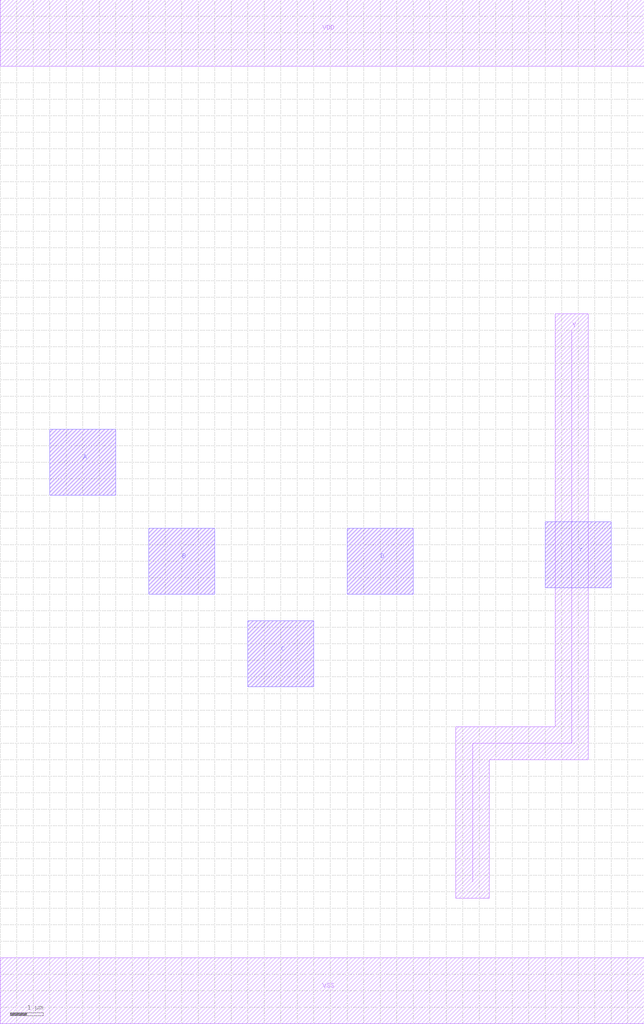
<source format=lef>
VERSION 5.3 ;

NAMESCASESENSITIVE ON ;

UNITS
  DATABASE MICRONS 1000 ;
END UNITS











MACRO an41
  CLASS BLOCK ;
  PIN A
    DIRECTION INPUT ;
    PORT
      LAYER ML2 ;
        POLYGON 1.000 15.500  1.000 17.500  3.000 17.500  3.000 15.500  1.000 
        15.500  ;
    END
    PORT
      LAYER ML1 ;
        POLYGON 1.000 15.500  1.000 17.500  3.000 17.500  3.000 15.500  1.000 
        15.500  ;
    END
  END A
  PIN B
    DIRECTION INPUT ;
    PORT
      LAYER ML2 ;
        POLYGON 4.000 12.500  4.000 14.500  6.000 14.500  6.000 12.500  4.000 
        12.500  ;
    END
    PORT
      LAYER ML1 ;
        POLYGON 4.000 12.500  4.000 14.500  6.000 14.500  6.000 12.500  4.000 
        12.500  ;
    END
  END B
  PIN C
    DIRECTION INPUT ;
    PORT
      LAYER ML2 ;
        POLYGON 7.000 9.700  7.000 11.700  9.000 11.700  9.000 9.700  7.000 
        9.700  ;
    END
    PORT
      LAYER ML1 ;
        POLYGON 7.000 9.700  7.000 11.700  9.000 11.700  9.000 9.700  7.000 
        9.700  ;
    END
  END C
  PIN D
    DIRECTION INPUT ;
    PORT
      LAYER ML2 ;
        POLYGON 10.000 12.500  10.000 14.500  12.000 14.500  12.000 12.500  
        10.000 12.500  ;
    END
    PORT
      LAYER ML1 ;
        POLYGON 10.000 12.500  10.000 14.500  12.000 14.500  12.000 12.500  
        10.000 12.500  ;
    END
  END D
  PIN VDD
    DIRECTION INOUT ;
    PORT
      LAYER ML1 ;
        RECT -0.500 28.500  19.000 30.500  ;
    END
  END VDD
  PIN VSS
    DIRECTION INOUT ;
    PORT
      LAYER ML1 ;
        RECT -0.500 -0.500  19.000 1.500  ;
    END
  END VSS
  PIN Y
    DIRECTION OUTPUT ;
    PORT
      LAYER ML1 ;
        POLYGON 16.000 12.700  16.000 14.700  18.000 14.700  18.000 12.700  
        16.000 12.700  ;
    END
    PORT
      LAYER ML2 ;
        POLYGON 16.000 12.700  16.000 14.700  18.000 14.700  18.000 12.700  
        16.000 12.700  ;
    END
    PORT
      LAYER ML1 ;
        WIDTH 1.000  ;
        PATH 16.800 20.500 16.800 8.000 13.800 8.000 13.800 3.800  ;
    END
  END Y
  OBS
    VIA 1.800 22.500  dcont ;
    VIA 1.800 20.500  dcont ;
    VIA 1.800 3.800  dcont ;
    VIA 1.800 24.500  dcont ;
    VIA 4.800 22.500  dcont ;
    VIA 4.800 20.500  dcont ;
    VIA 4.800 24.500  dcont ;
    VIA 7.800 24.500  dcont ;
    VIA 7.800 22.500  dcont ;
    VIA 7.800 20.500  dcont ;
    VIA 10.800 3.800  dcont ;
    VIA 10.800 20.500  dcont ;
    VIA 10.800 22.500  dcont ;
    VIA 10.800 24.500  dcont ;
    VIA 13.800 24.500  dcont ;
    VIA 13.800 22.500  dcont ;
    VIA 13.800 20.500  dcont ;
    VIA 13.800 3.800  dcont ;
    VIA 16.800 20.500  dcont ;
    VIA 16.800 22.500  dcont ;
    VIA 16.800 24.500  dcont ;
    VIA 14.300 10.500  pcont ;
    VIA 11.000 13.500  pcont ;
    VIA 8.000 10.700  pcont ;
    VIA 5.500 29.500  nsubcont ;
    VIA 5.000 13.500  pcont ;
    VIA 2.000 16.500  pcont ;
    VIA 5.000 0.500  psubcont ;
    VIA 17.000 13.700  Via ;
    VIA 11.000 13.500  Via ;
    VIA 8.000 10.700  Via ;
    VIA 5.000 13.500  Via ;
    VIA 2.000 16.500  Via ;
  END
END an41

MACRO dcont
  CLASS BLOCK ;
END dcont

MACRO pcont
  CLASS BLOCK ;
END pcont

MACRO nsubcont
  CLASS BLOCK ;
  OBS
    VIA 0.000 0.000  dcont ;
  END
END nsubcont

MACRO psubcont
  CLASS BLOCK ;
  OBS
    VIA 0.000 0.000  dcont ;
  END
END psubcont

MACRO Via
  CLASS BLOCK ;
END Via


END LIBRARY

</source>
